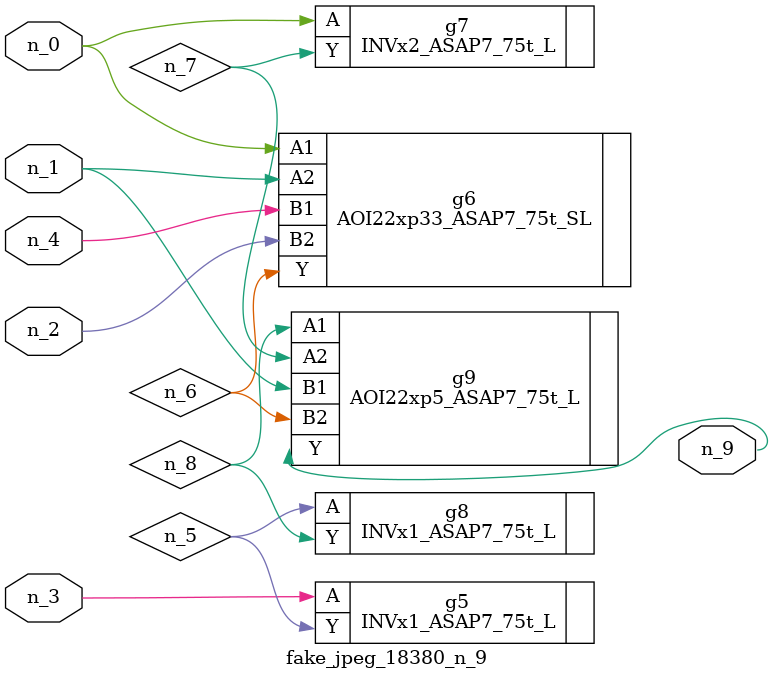
<source format=v>
module fake_jpeg_18380_n_9 (n_3, n_2, n_1, n_0, n_4, n_9);

input n_3;
input n_2;
input n_1;
input n_0;
input n_4;

output n_9;

wire n_8;
wire n_6;
wire n_5;
wire n_7;

INVx1_ASAP7_75t_L g5 ( 
.A(n_3),
.Y(n_5)
);

AOI22xp33_ASAP7_75t_SL g6 ( 
.A1(n_0),
.A2(n_1),
.B1(n_4),
.B2(n_2),
.Y(n_6)
);

INVx2_ASAP7_75t_L g7 ( 
.A(n_0),
.Y(n_7)
);

INVx1_ASAP7_75t_L g8 ( 
.A(n_5),
.Y(n_8)
);

AOI22xp5_ASAP7_75t_L g9 ( 
.A1(n_8),
.A2(n_7),
.B1(n_1),
.B2(n_6),
.Y(n_9)
);


endmodule
</source>
